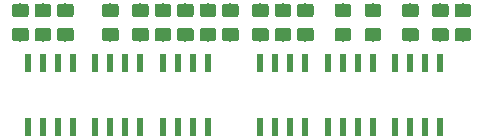
<source format=gbr>
G04 #@! TF.GenerationSoftware,KiCad,Pcbnew,(5.1.4-0)*
G04 #@! TF.CreationDate,2019-10-27T21:21:17-04:00*
G04 #@! TF.ProjectId,DifferentialSPIMaster,44696666-6572-4656-9e74-69616c535049,rev?*
G04 #@! TF.SameCoordinates,Original*
G04 #@! TF.FileFunction,Paste,Top*
G04 #@! TF.FilePolarity,Positive*
%FSLAX46Y46*%
G04 Gerber Fmt 4.6, Leading zero omitted, Abs format (unit mm)*
G04 Created by KiCad (PCBNEW (5.1.4-0)) date 2019-10-27 21:21:17*
%MOMM*%
%LPD*%
G04 APERTURE LIST*
%ADD10C,0.100000*%
%ADD11C,1.150000*%
%ADD12R,0.600000X1.550000*%
G04 APERTURE END LIST*
D10*
G36*
X129879505Y-95006204D02*
G01*
X129903773Y-95009804D01*
X129927572Y-95015765D01*
X129950671Y-95024030D01*
X129972850Y-95034520D01*
X129993893Y-95047132D01*
X130013599Y-95061747D01*
X130031777Y-95078223D01*
X130048253Y-95096401D01*
X130062868Y-95116107D01*
X130075480Y-95137150D01*
X130085970Y-95159329D01*
X130094235Y-95182428D01*
X130100196Y-95206227D01*
X130103796Y-95230495D01*
X130105000Y-95254999D01*
X130105000Y-95905001D01*
X130103796Y-95929505D01*
X130100196Y-95953773D01*
X130094235Y-95977572D01*
X130085970Y-96000671D01*
X130075480Y-96022850D01*
X130062868Y-96043893D01*
X130048253Y-96063599D01*
X130031777Y-96081777D01*
X130013599Y-96098253D01*
X129993893Y-96112868D01*
X129972850Y-96125480D01*
X129950671Y-96135970D01*
X129927572Y-96144235D01*
X129903773Y-96150196D01*
X129879505Y-96153796D01*
X129855001Y-96155000D01*
X128954999Y-96155000D01*
X128930495Y-96153796D01*
X128906227Y-96150196D01*
X128882428Y-96144235D01*
X128859329Y-96135970D01*
X128837150Y-96125480D01*
X128816107Y-96112868D01*
X128796401Y-96098253D01*
X128778223Y-96081777D01*
X128761747Y-96063599D01*
X128747132Y-96043893D01*
X128734520Y-96022850D01*
X128724030Y-96000671D01*
X128715765Y-95977572D01*
X128709804Y-95953773D01*
X128706204Y-95929505D01*
X128705000Y-95905001D01*
X128705000Y-95254999D01*
X128706204Y-95230495D01*
X128709804Y-95206227D01*
X128715765Y-95182428D01*
X128724030Y-95159329D01*
X128734520Y-95137150D01*
X128747132Y-95116107D01*
X128761747Y-95096401D01*
X128778223Y-95078223D01*
X128796401Y-95061747D01*
X128816107Y-95047132D01*
X128837150Y-95034520D01*
X128859329Y-95024030D01*
X128882428Y-95015765D01*
X128906227Y-95009804D01*
X128930495Y-95006204D01*
X128954999Y-95005000D01*
X129855001Y-95005000D01*
X129879505Y-95006204D01*
X129879505Y-95006204D01*
G37*
D11*
X129405000Y-95580000D03*
D10*
G36*
X129879505Y-97056204D02*
G01*
X129903773Y-97059804D01*
X129927572Y-97065765D01*
X129950671Y-97074030D01*
X129972850Y-97084520D01*
X129993893Y-97097132D01*
X130013599Y-97111747D01*
X130031777Y-97128223D01*
X130048253Y-97146401D01*
X130062868Y-97166107D01*
X130075480Y-97187150D01*
X130085970Y-97209329D01*
X130094235Y-97232428D01*
X130100196Y-97256227D01*
X130103796Y-97280495D01*
X130105000Y-97304999D01*
X130105000Y-97955001D01*
X130103796Y-97979505D01*
X130100196Y-98003773D01*
X130094235Y-98027572D01*
X130085970Y-98050671D01*
X130075480Y-98072850D01*
X130062868Y-98093893D01*
X130048253Y-98113599D01*
X130031777Y-98131777D01*
X130013599Y-98148253D01*
X129993893Y-98162868D01*
X129972850Y-98175480D01*
X129950671Y-98185970D01*
X129927572Y-98194235D01*
X129903773Y-98200196D01*
X129879505Y-98203796D01*
X129855001Y-98205000D01*
X128954999Y-98205000D01*
X128930495Y-98203796D01*
X128906227Y-98200196D01*
X128882428Y-98194235D01*
X128859329Y-98185970D01*
X128837150Y-98175480D01*
X128816107Y-98162868D01*
X128796401Y-98148253D01*
X128778223Y-98131777D01*
X128761747Y-98113599D01*
X128747132Y-98093893D01*
X128734520Y-98072850D01*
X128724030Y-98050671D01*
X128715765Y-98027572D01*
X128709804Y-98003773D01*
X128706204Y-97979505D01*
X128705000Y-97955001D01*
X128705000Y-97304999D01*
X128706204Y-97280495D01*
X128709804Y-97256227D01*
X128715765Y-97232428D01*
X128724030Y-97209329D01*
X128734520Y-97187150D01*
X128747132Y-97166107D01*
X128761747Y-97146401D01*
X128778223Y-97128223D01*
X128796401Y-97111747D01*
X128816107Y-97097132D01*
X128837150Y-97084520D01*
X128859329Y-97074030D01*
X128882428Y-97065765D01*
X128906227Y-97059804D01*
X128930495Y-97056204D01*
X128954999Y-97055000D01*
X129855001Y-97055000D01*
X129879505Y-97056204D01*
X129879505Y-97056204D01*
G37*
D11*
X129405000Y-97630000D03*
D10*
G36*
X100034505Y-95006204D02*
G01*
X100058773Y-95009804D01*
X100082572Y-95015765D01*
X100105671Y-95024030D01*
X100127850Y-95034520D01*
X100148893Y-95047132D01*
X100168599Y-95061747D01*
X100186777Y-95078223D01*
X100203253Y-95096401D01*
X100217868Y-95116107D01*
X100230480Y-95137150D01*
X100240970Y-95159329D01*
X100249235Y-95182428D01*
X100255196Y-95206227D01*
X100258796Y-95230495D01*
X100260000Y-95254999D01*
X100260000Y-95905001D01*
X100258796Y-95929505D01*
X100255196Y-95953773D01*
X100249235Y-95977572D01*
X100240970Y-96000671D01*
X100230480Y-96022850D01*
X100217868Y-96043893D01*
X100203253Y-96063599D01*
X100186777Y-96081777D01*
X100168599Y-96098253D01*
X100148893Y-96112868D01*
X100127850Y-96125480D01*
X100105671Y-96135970D01*
X100082572Y-96144235D01*
X100058773Y-96150196D01*
X100034505Y-96153796D01*
X100010001Y-96155000D01*
X99109999Y-96155000D01*
X99085495Y-96153796D01*
X99061227Y-96150196D01*
X99037428Y-96144235D01*
X99014329Y-96135970D01*
X98992150Y-96125480D01*
X98971107Y-96112868D01*
X98951401Y-96098253D01*
X98933223Y-96081777D01*
X98916747Y-96063599D01*
X98902132Y-96043893D01*
X98889520Y-96022850D01*
X98879030Y-96000671D01*
X98870765Y-95977572D01*
X98864804Y-95953773D01*
X98861204Y-95929505D01*
X98860000Y-95905001D01*
X98860000Y-95254999D01*
X98861204Y-95230495D01*
X98864804Y-95206227D01*
X98870765Y-95182428D01*
X98879030Y-95159329D01*
X98889520Y-95137150D01*
X98902132Y-95116107D01*
X98916747Y-95096401D01*
X98933223Y-95078223D01*
X98951401Y-95061747D01*
X98971107Y-95047132D01*
X98992150Y-95034520D01*
X99014329Y-95024030D01*
X99037428Y-95015765D01*
X99061227Y-95009804D01*
X99085495Y-95006204D01*
X99109999Y-95005000D01*
X100010001Y-95005000D01*
X100034505Y-95006204D01*
X100034505Y-95006204D01*
G37*
D11*
X99560000Y-95580000D03*
D10*
G36*
X100034505Y-97056204D02*
G01*
X100058773Y-97059804D01*
X100082572Y-97065765D01*
X100105671Y-97074030D01*
X100127850Y-97084520D01*
X100148893Y-97097132D01*
X100168599Y-97111747D01*
X100186777Y-97128223D01*
X100203253Y-97146401D01*
X100217868Y-97166107D01*
X100230480Y-97187150D01*
X100240970Y-97209329D01*
X100249235Y-97232428D01*
X100255196Y-97256227D01*
X100258796Y-97280495D01*
X100260000Y-97304999D01*
X100260000Y-97955001D01*
X100258796Y-97979505D01*
X100255196Y-98003773D01*
X100249235Y-98027572D01*
X100240970Y-98050671D01*
X100230480Y-98072850D01*
X100217868Y-98093893D01*
X100203253Y-98113599D01*
X100186777Y-98131777D01*
X100168599Y-98148253D01*
X100148893Y-98162868D01*
X100127850Y-98175480D01*
X100105671Y-98185970D01*
X100082572Y-98194235D01*
X100058773Y-98200196D01*
X100034505Y-98203796D01*
X100010001Y-98205000D01*
X99109999Y-98205000D01*
X99085495Y-98203796D01*
X99061227Y-98200196D01*
X99037428Y-98194235D01*
X99014329Y-98185970D01*
X98992150Y-98175480D01*
X98971107Y-98162868D01*
X98951401Y-98148253D01*
X98933223Y-98131777D01*
X98916747Y-98113599D01*
X98902132Y-98093893D01*
X98889520Y-98072850D01*
X98879030Y-98050671D01*
X98870765Y-98027572D01*
X98864804Y-98003773D01*
X98861204Y-97979505D01*
X98860000Y-97955001D01*
X98860000Y-97304999D01*
X98861204Y-97280495D01*
X98864804Y-97256227D01*
X98870765Y-97232428D01*
X98879030Y-97209329D01*
X98889520Y-97187150D01*
X98902132Y-97166107D01*
X98916747Y-97146401D01*
X98933223Y-97128223D01*
X98951401Y-97111747D01*
X98971107Y-97097132D01*
X98992150Y-97084520D01*
X99014329Y-97074030D01*
X99037428Y-97065765D01*
X99061227Y-97059804D01*
X99085495Y-97056204D01*
X99109999Y-97055000D01*
X100010001Y-97055000D01*
X100034505Y-97056204D01*
X100034505Y-97056204D01*
G37*
D11*
X99560000Y-97630000D03*
D10*
G36*
X120354505Y-95011204D02*
G01*
X120378773Y-95014804D01*
X120402572Y-95020765D01*
X120425671Y-95029030D01*
X120447850Y-95039520D01*
X120468893Y-95052132D01*
X120488599Y-95066747D01*
X120506777Y-95083223D01*
X120523253Y-95101401D01*
X120537868Y-95121107D01*
X120550480Y-95142150D01*
X120560970Y-95164329D01*
X120569235Y-95187428D01*
X120575196Y-95211227D01*
X120578796Y-95235495D01*
X120580000Y-95259999D01*
X120580000Y-95910001D01*
X120578796Y-95934505D01*
X120575196Y-95958773D01*
X120569235Y-95982572D01*
X120560970Y-96005671D01*
X120550480Y-96027850D01*
X120537868Y-96048893D01*
X120523253Y-96068599D01*
X120506777Y-96086777D01*
X120488599Y-96103253D01*
X120468893Y-96117868D01*
X120447850Y-96130480D01*
X120425671Y-96140970D01*
X120402572Y-96149235D01*
X120378773Y-96155196D01*
X120354505Y-96158796D01*
X120330001Y-96160000D01*
X119429999Y-96160000D01*
X119405495Y-96158796D01*
X119381227Y-96155196D01*
X119357428Y-96149235D01*
X119334329Y-96140970D01*
X119312150Y-96130480D01*
X119291107Y-96117868D01*
X119271401Y-96103253D01*
X119253223Y-96086777D01*
X119236747Y-96068599D01*
X119222132Y-96048893D01*
X119209520Y-96027850D01*
X119199030Y-96005671D01*
X119190765Y-95982572D01*
X119184804Y-95958773D01*
X119181204Y-95934505D01*
X119180000Y-95910001D01*
X119180000Y-95259999D01*
X119181204Y-95235495D01*
X119184804Y-95211227D01*
X119190765Y-95187428D01*
X119199030Y-95164329D01*
X119209520Y-95142150D01*
X119222132Y-95121107D01*
X119236747Y-95101401D01*
X119253223Y-95083223D01*
X119271401Y-95066747D01*
X119291107Y-95052132D01*
X119312150Y-95039520D01*
X119334329Y-95029030D01*
X119357428Y-95020765D01*
X119381227Y-95014804D01*
X119405495Y-95011204D01*
X119429999Y-95010000D01*
X120330001Y-95010000D01*
X120354505Y-95011204D01*
X120354505Y-95011204D01*
G37*
D11*
X119880000Y-95585000D03*
D10*
G36*
X120354505Y-97061204D02*
G01*
X120378773Y-97064804D01*
X120402572Y-97070765D01*
X120425671Y-97079030D01*
X120447850Y-97089520D01*
X120468893Y-97102132D01*
X120488599Y-97116747D01*
X120506777Y-97133223D01*
X120523253Y-97151401D01*
X120537868Y-97171107D01*
X120550480Y-97192150D01*
X120560970Y-97214329D01*
X120569235Y-97237428D01*
X120575196Y-97261227D01*
X120578796Y-97285495D01*
X120580000Y-97309999D01*
X120580000Y-97960001D01*
X120578796Y-97984505D01*
X120575196Y-98008773D01*
X120569235Y-98032572D01*
X120560970Y-98055671D01*
X120550480Y-98077850D01*
X120537868Y-98098893D01*
X120523253Y-98118599D01*
X120506777Y-98136777D01*
X120488599Y-98153253D01*
X120468893Y-98167868D01*
X120447850Y-98180480D01*
X120425671Y-98190970D01*
X120402572Y-98199235D01*
X120378773Y-98205196D01*
X120354505Y-98208796D01*
X120330001Y-98210000D01*
X119429999Y-98210000D01*
X119405495Y-98208796D01*
X119381227Y-98205196D01*
X119357428Y-98199235D01*
X119334329Y-98190970D01*
X119312150Y-98180480D01*
X119291107Y-98167868D01*
X119271401Y-98153253D01*
X119253223Y-98136777D01*
X119236747Y-98118599D01*
X119222132Y-98098893D01*
X119209520Y-98077850D01*
X119199030Y-98055671D01*
X119190765Y-98032572D01*
X119184804Y-98008773D01*
X119181204Y-97984505D01*
X119180000Y-97960001D01*
X119180000Y-97309999D01*
X119181204Y-97285495D01*
X119184804Y-97261227D01*
X119190765Y-97237428D01*
X119199030Y-97214329D01*
X119209520Y-97192150D01*
X119222132Y-97171107D01*
X119236747Y-97151401D01*
X119253223Y-97133223D01*
X119271401Y-97116747D01*
X119291107Y-97102132D01*
X119312150Y-97089520D01*
X119334329Y-97079030D01*
X119357428Y-97070765D01*
X119381227Y-97064804D01*
X119405495Y-97061204D01*
X119429999Y-97060000D01*
X120330001Y-97060000D01*
X120354505Y-97061204D01*
X120354505Y-97061204D01*
G37*
D11*
X119880000Y-97635000D03*
D10*
G36*
X135594505Y-97061204D02*
G01*
X135618773Y-97064804D01*
X135642572Y-97070765D01*
X135665671Y-97079030D01*
X135687850Y-97089520D01*
X135708893Y-97102132D01*
X135728599Y-97116747D01*
X135746777Y-97133223D01*
X135763253Y-97151401D01*
X135777868Y-97171107D01*
X135790480Y-97192150D01*
X135800970Y-97214329D01*
X135809235Y-97237428D01*
X135815196Y-97261227D01*
X135818796Y-97285495D01*
X135820000Y-97309999D01*
X135820000Y-97960001D01*
X135818796Y-97984505D01*
X135815196Y-98008773D01*
X135809235Y-98032572D01*
X135800970Y-98055671D01*
X135790480Y-98077850D01*
X135777868Y-98098893D01*
X135763253Y-98118599D01*
X135746777Y-98136777D01*
X135728599Y-98153253D01*
X135708893Y-98167868D01*
X135687850Y-98180480D01*
X135665671Y-98190970D01*
X135642572Y-98199235D01*
X135618773Y-98205196D01*
X135594505Y-98208796D01*
X135570001Y-98210000D01*
X134669999Y-98210000D01*
X134645495Y-98208796D01*
X134621227Y-98205196D01*
X134597428Y-98199235D01*
X134574329Y-98190970D01*
X134552150Y-98180480D01*
X134531107Y-98167868D01*
X134511401Y-98153253D01*
X134493223Y-98136777D01*
X134476747Y-98118599D01*
X134462132Y-98098893D01*
X134449520Y-98077850D01*
X134439030Y-98055671D01*
X134430765Y-98032572D01*
X134424804Y-98008773D01*
X134421204Y-97984505D01*
X134420000Y-97960001D01*
X134420000Y-97309999D01*
X134421204Y-97285495D01*
X134424804Y-97261227D01*
X134430765Y-97237428D01*
X134439030Y-97214329D01*
X134449520Y-97192150D01*
X134462132Y-97171107D01*
X134476747Y-97151401D01*
X134493223Y-97133223D01*
X134511401Y-97116747D01*
X134531107Y-97102132D01*
X134552150Y-97089520D01*
X134574329Y-97079030D01*
X134597428Y-97070765D01*
X134621227Y-97064804D01*
X134645495Y-97061204D01*
X134669999Y-97060000D01*
X135570001Y-97060000D01*
X135594505Y-97061204D01*
X135594505Y-97061204D01*
G37*
D11*
X135120000Y-97635000D03*
D10*
G36*
X135594505Y-95011204D02*
G01*
X135618773Y-95014804D01*
X135642572Y-95020765D01*
X135665671Y-95029030D01*
X135687850Y-95039520D01*
X135708893Y-95052132D01*
X135728599Y-95066747D01*
X135746777Y-95083223D01*
X135763253Y-95101401D01*
X135777868Y-95121107D01*
X135790480Y-95142150D01*
X135800970Y-95164329D01*
X135809235Y-95187428D01*
X135815196Y-95211227D01*
X135818796Y-95235495D01*
X135820000Y-95259999D01*
X135820000Y-95910001D01*
X135818796Y-95934505D01*
X135815196Y-95958773D01*
X135809235Y-95982572D01*
X135800970Y-96005671D01*
X135790480Y-96027850D01*
X135777868Y-96048893D01*
X135763253Y-96068599D01*
X135746777Y-96086777D01*
X135728599Y-96103253D01*
X135708893Y-96117868D01*
X135687850Y-96130480D01*
X135665671Y-96140970D01*
X135642572Y-96149235D01*
X135618773Y-96155196D01*
X135594505Y-96158796D01*
X135570001Y-96160000D01*
X134669999Y-96160000D01*
X134645495Y-96158796D01*
X134621227Y-96155196D01*
X134597428Y-96149235D01*
X134574329Y-96140970D01*
X134552150Y-96130480D01*
X134531107Y-96117868D01*
X134511401Y-96103253D01*
X134493223Y-96086777D01*
X134476747Y-96068599D01*
X134462132Y-96048893D01*
X134449520Y-96027850D01*
X134439030Y-96005671D01*
X134430765Y-95982572D01*
X134424804Y-95958773D01*
X134421204Y-95934505D01*
X134420000Y-95910001D01*
X134420000Y-95259999D01*
X134421204Y-95235495D01*
X134424804Y-95211227D01*
X134430765Y-95187428D01*
X134439030Y-95164329D01*
X134449520Y-95142150D01*
X134462132Y-95121107D01*
X134476747Y-95101401D01*
X134493223Y-95083223D01*
X134511401Y-95066747D01*
X134531107Y-95052132D01*
X134552150Y-95039520D01*
X134574329Y-95029030D01*
X134597428Y-95020765D01*
X134621227Y-95014804D01*
X134645495Y-95011204D01*
X134669999Y-95010000D01*
X135570001Y-95010000D01*
X135594505Y-95011204D01*
X135594505Y-95011204D01*
G37*
D11*
X135120000Y-95585000D03*
D10*
G36*
X115909505Y-95006204D02*
G01*
X115933773Y-95009804D01*
X115957572Y-95015765D01*
X115980671Y-95024030D01*
X116002850Y-95034520D01*
X116023893Y-95047132D01*
X116043599Y-95061747D01*
X116061777Y-95078223D01*
X116078253Y-95096401D01*
X116092868Y-95116107D01*
X116105480Y-95137150D01*
X116115970Y-95159329D01*
X116124235Y-95182428D01*
X116130196Y-95206227D01*
X116133796Y-95230495D01*
X116135000Y-95254999D01*
X116135000Y-95905001D01*
X116133796Y-95929505D01*
X116130196Y-95953773D01*
X116124235Y-95977572D01*
X116115970Y-96000671D01*
X116105480Y-96022850D01*
X116092868Y-96043893D01*
X116078253Y-96063599D01*
X116061777Y-96081777D01*
X116043599Y-96098253D01*
X116023893Y-96112868D01*
X116002850Y-96125480D01*
X115980671Y-96135970D01*
X115957572Y-96144235D01*
X115933773Y-96150196D01*
X115909505Y-96153796D01*
X115885001Y-96155000D01*
X114984999Y-96155000D01*
X114960495Y-96153796D01*
X114936227Y-96150196D01*
X114912428Y-96144235D01*
X114889329Y-96135970D01*
X114867150Y-96125480D01*
X114846107Y-96112868D01*
X114826401Y-96098253D01*
X114808223Y-96081777D01*
X114791747Y-96063599D01*
X114777132Y-96043893D01*
X114764520Y-96022850D01*
X114754030Y-96000671D01*
X114745765Y-95977572D01*
X114739804Y-95953773D01*
X114736204Y-95929505D01*
X114735000Y-95905001D01*
X114735000Y-95254999D01*
X114736204Y-95230495D01*
X114739804Y-95206227D01*
X114745765Y-95182428D01*
X114754030Y-95159329D01*
X114764520Y-95137150D01*
X114777132Y-95116107D01*
X114791747Y-95096401D01*
X114808223Y-95078223D01*
X114826401Y-95061747D01*
X114846107Y-95047132D01*
X114867150Y-95034520D01*
X114889329Y-95024030D01*
X114912428Y-95015765D01*
X114936227Y-95009804D01*
X114960495Y-95006204D01*
X114984999Y-95005000D01*
X115885001Y-95005000D01*
X115909505Y-95006204D01*
X115909505Y-95006204D01*
G37*
D11*
X115435000Y-95580000D03*
D10*
G36*
X115909505Y-97056204D02*
G01*
X115933773Y-97059804D01*
X115957572Y-97065765D01*
X115980671Y-97074030D01*
X116002850Y-97084520D01*
X116023893Y-97097132D01*
X116043599Y-97111747D01*
X116061777Y-97128223D01*
X116078253Y-97146401D01*
X116092868Y-97166107D01*
X116105480Y-97187150D01*
X116115970Y-97209329D01*
X116124235Y-97232428D01*
X116130196Y-97256227D01*
X116133796Y-97280495D01*
X116135000Y-97304999D01*
X116135000Y-97955001D01*
X116133796Y-97979505D01*
X116130196Y-98003773D01*
X116124235Y-98027572D01*
X116115970Y-98050671D01*
X116105480Y-98072850D01*
X116092868Y-98093893D01*
X116078253Y-98113599D01*
X116061777Y-98131777D01*
X116043599Y-98148253D01*
X116023893Y-98162868D01*
X116002850Y-98175480D01*
X115980671Y-98185970D01*
X115957572Y-98194235D01*
X115933773Y-98200196D01*
X115909505Y-98203796D01*
X115885001Y-98205000D01*
X114984999Y-98205000D01*
X114960495Y-98203796D01*
X114936227Y-98200196D01*
X114912428Y-98194235D01*
X114889329Y-98185970D01*
X114867150Y-98175480D01*
X114846107Y-98162868D01*
X114826401Y-98148253D01*
X114808223Y-98131777D01*
X114791747Y-98113599D01*
X114777132Y-98093893D01*
X114764520Y-98072850D01*
X114754030Y-98050671D01*
X114745765Y-98027572D01*
X114739804Y-98003773D01*
X114736204Y-97979505D01*
X114735000Y-97955001D01*
X114735000Y-97304999D01*
X114736204Y-97280495D01*
X114739804Y-97256227D01*
X114745765Y-97232428D01*
X114754030Y-97209329D01*
X114764520Y-97187150D01*
X114777132Y-97166107D01*
X114791747Y-97146401D01*
X114808223Y-97128223D01*
X114826401Y-97111747D01*
X114846107Y-97097132D01*
X114867150Y-97084520D01*
X114889329Y-97074030D01*
X114912428Y-97065765D01*
X114936227Y-97059804D01*
X114960495Y-97056204D01*
X114984999Y-97055000D01*
X115885001Y-97055000D01*
X115909505Y-97056204D01*
X115909505Y-97056204D01*
G37*
D11*
X115435000Y-97630000D03*
D12*
X123690000Y-100015000D03*
X122420000Y-100015000D03*
X121150000Y-100015000D03*
X119880000Y-100015000D03*
X119880000Y-105415000D03*
X121150000Y-105415000D03*
X122420000Y-105415000D03*
X123690000Y-105415000D03*
X135120000Y-105415000D03*
X133850000Y-105415000D03*
X132580000Y-105415000D03*
X131310000Y-105415000D03*
X131310000Y-100015000D03*
X132580000Y-100015000D03*
X133850000Y-100015000D03*
X135120000Y-100015000D03*
D10*
G36*
X122259505Y-97056204D02*
G01*
X122283773Y-97059804D01*
X122307572Y-97065765D01*
X122330671Y-97074030D01*
X122352850Y-97084520D01*
X122373893Y-97097132D01*
X122393599Y-97111747D01*
X122411777Y-97128223D01*
X122428253Y-97146401D01*
X122442868Y-97166107D01*
X122455480Y-97187150D01*
X122465970Y-97209329D01*
X122474235Y-97232428D01*
X122480196Y-97256227D01*
X122483796Y-97280495D01*
X122485000Y-97304999D01*
X122485000Y-97955001D01*
X122483796Y-97979505D01*
X122480196Y-98003773D01*
X122474235Y-98027572D01*
X122465970Y-98050671D01*
X122455480Y-98072850D01*
X122442868Y-98093893D01*
X122428253Y-98113599D01*
X122411777Y-98131777D01*
X122393599Y-98148253D01*
X122373893Y-98162868D01*
X122352850Y-98175480D01*
X122330671Y-98185970D01*
X122307572Y-98194235D01*
X122283773Y-98200196D01*
X122259505Y-98203796D01*
X122235001Y-98205000D01*
X121334999Y-98205000D01*
X121310495Y-98203796D01*
X121286227Y-98200196D01*
X121262428Y-98194235D01*
X121239329Y-98185970D01*
X121217150Y-98175480D01*
X121196107Y-98162868D01*
X121176401Y-98148253D01*
X121158223Y-98131777D01*
X121141747Y-98113599D01*
X121127132Y-98093893D01*
X121114520Y-98072850D01*
X121104030Y-98050671D01*
X121095765Y-98027572D01*
X121089804Y-98003773D01*
X121086204Y-97979505D01*
X121085000Y-97955001D01*
X121085000Y-97304999D01*
X121086204Y-97280495D01*
X121089804Y-97256227D01*
X121095765Y-97232428D01*
X121104030Y-97209329D01*
X121114520Y-97187150D01*
X121127132Y-97166107D01*
X121141747Y-97146401D01*
X121158223Y-97128223D01*
X121176401Y-97111747D01*
X121196107Y-97097132D01*
X121217150Y-97084520D01*
X121239329Y-97074030D01*
X121262428Y-97065765D01*
X121286227Y-97059804D01*
X121310495Y-97056204D01*
X121334999Y-97055000D01*
X122235001Y-97055000D01*
X122259505Y-97056204D01*
X122259505Y-97056204D01*
G37*
D11*
X121785000Y-97630000D03*
D10*
G36*
X122259505Y-95006204D02*
G01*
X122283773Y-95009804D01*
X122307572Y-95015765D01*
X122330671Y-95024030D01*
X122352850Y-95034520D01*
X122373893Y-95047132D01*
X122393599Y-95061747D01*
X122411777Y-95078223D01*
X122428253Y-95096401D01*
X122442868Y-95116107D01*
X122455480Y-95137150D01*
X122465970Y-95159329D01*
X122474235Y-95182428D01*
X122480196Y-95206227D01*
X122483796Y-95230495D01*
X122485000Y-95254999D01*
X122485000Y-95905001D01*
X122483796Y-95929505D01*
X122480196Y-95953773D01*
X122474235Y-95977572D01*
X122465970Y-96000671D01*
X122455480Y-96022850D01*
X122442868Y-96043893D01*
X122428253Y-96063599D01*
X122411777Y-96081777D01*
X122393599Y-96098253D01*
X122373893Y-96112868D01*
X122352850Y-96125480D01*
X122330671Y-96135970D01*
X122307572Y-96144235D01*
X122283773Y-96150196D01*
X122259505Y-96153796D01*
X122235001Y-96155000D01*
X121334999Y-96155000D01*
X121310495Y-96153796D01*
X121286227Y-96150196D01*
X121262428Y-96144235D01*
X121239329Y-96135970D01*
X121217150Y-96125480D01*
X121196107Y-96112868D01*
X121176401Y-96098253D01*
X121158223Y-96081777D01*
X121141747Y-96063599D01*
X121127132Y-96043893D01*
X121114520Y-96022850D01*
X121104030Y-96000671D01*
X121095765Y-95977572D01*
X121089804Y-95953773D01*
X121086204Y-95929505D01*
X121085000Y-95905001D01*
X121085000Y-95254999D01*
X121086204Y-95230495D01*
X121089804Y-95206227D01*
X121095765Y-95182428D01*
X121104030Y-95159329D01*
X121114520Y-95137150D01*
X121127132Y-95116107D01*
X121141747Y-95096401D01*
X121158223Y-95078223D01*
X121176401Y-95061747D01*
X121196107Y-95047132D01*
X121217150Y-95034520D01*
X121239329Y-95024030D01*
X121262428Y-95015765D01*
X121286227Y-95009804D01*
X121310495Y-95006204D01*
X121334999Y-95005000D01*
X122235001Y-95005000D01*
X122259505Y-95006204D01*
X122259505Y-95006204D01*
G37*
D11*
X121785000Y-95580000D03*
D10*
G36*
X117814505Y-95006204D02*
G01*
X117838773Y-95009804D01*
X117862572Y-95015765D01*
X117885671Y-95024030D01*
X117907850Y-95034520D01*
X117928893Y-95047132D01*
X117948599Y-95061747D01*
X117966777Y-95078223D01*
X117983253Y-95096401D01*
X117997868Y-95116107D01*
X118010480Y-95137150D01*
X118020970Y-95159329D01*
X118029235Y-95182428D01*
X118035196Y-95206227D01*
X118038796Y-95230495D01*
X118040000Y-95254999D01*
X118040000Y-95905001D01*
X118038796Y-95929505D01*
X118035196Y-95953773D01*
X118029235Y-95977572D01*
X118020970Y-96000671D01*
X118010480Y-96022850D01*
X117997868Y-96043893D01*
X117983253Y-96063599D01*
X117966777Y-96081777D01*
X117948599Y-96098253D01*
X117928893Y-96112868D01*
X117907850Y-96125480D01*
X117885671Y-96135970D01*
X117862572Y-96144235D01*
X117838773Y-96150196D01*
X117814505Y-96153796D01*
X117790001Y-96155000D01*
X116889999Y-96155000D01*
X116865495Y-96153796D01*
X116841227Y-96150196D01*
X116817428Y-96144235D01*
X116794329Y-96135970D01*
X116772150Y-96125480D01*
X116751107Y-96112868D01*
X116731401Y-96098253D01*
X116713223Y-96081777D01*
X116696747Y-96063599D01*
X116682132Y-96043893D01*
X116669520Y-96022850D01*
X116659030Y-96000671D01*
X116650765Y-95977572D01*
X116644804Y-95953773D01*
X116641204Y-95929505D01*
X116640000Y-95905001D01*
X116640000Y-95254999D01*
X116641204Y-95230495D01*
X116644804Y-95206227D01*
X116650765Y-95182428D01*
X116659030Y-95159329D01*
X116669520Y-95137150D01*
X116682132Y-95116107D01*
X116696747Y-95096401D01*
X116713223Y-95078223D01*
X116731401Y-95061747D01*
X116751107Y-95047132D01*
X116772150Y-95034520D01*
X116794329Y-95024030D01*
X116817428Y-95015765D01*
X116841227Y-95009804D01*
X116865495Y-95006204D01*
X116889999Y-95005000D01*
X117790001Y-95005000D01*
X117814505Y-95006204D01*
X117814505Y-95006204D01*
G37*
D11*
X117340000Y-95580000D03*
D10*
G36*
X117814505Y-97056204D02*
G01*
X117838773Y-97059804D01*
X117862572Y-97065765D01*
X117885671Y-97074030D01*
X117907850Y-97084520D01*
X117928893Y-97097132D01*
X117948599Y-97111747D01*
X117966777Y-97128223D01*
X117983253Y-97146401D01*
X117997868Y-97166107D01*
X118010480Y-97187150D01*
X118020970Y-97209329D01*
X118029235Y-97232428D01*
X118035196Y-97256227D01*
X118038796Y-97280495D01*
X118040000Y-97304999D01*
X118040000Y-97955001D01*
X118038796Y-97979505D01*
X118035196Y-98003773D01*
X118029235Y-98027572D01*
X118020970Y-98050671D01*
X118010480Y-98072850D01*
X117997868Y-98093893D01*
X117983253Y-98113599D01*
X117966777Y-98131777D01*
X117948599Y-98148253D01*
X117928893Y-98162868D01*
X117907850Y-98175480D01*
X117885671Y-98185970D01*
X117862572Y-98194235D01*
X117838773Y-98200196D01*
X117814505Y-98203796D01*
X117790001Y-98205000D01*
X116889999Y-98205000D01*
X116865495Y-98203796D01*
X116841227Y-98200196D01*
X116817428Y-98194235D01*
X116794329Y-98185970D01*
X116772150Y-98175480D01*
X116751107Y-98162868D01*
X116731401Y-98148253D01*
X116713223Y-98131777D01*
X116696747Y-98113599D01*
X116682132Y-98093893D01*
X116669520Y-98072850D01*
X116659030Y-98050671D01*
X116650765Y-98027572D01*
X116644804Y-98003773D01*
X116641204Y-97979505D01*
X116640000Y-97955001D01*
X116640000Y-97304999D01*
X116641204Y-97280495D01*
X116644804Y-97256227D01*
X116650765Y-97232428D01*
X116659030Y-97209329D01*
X116669520Y-97187150D01*
X116682132Y-97166107D01*
X116696747Y-97146401D01*
X116713223Y-97128223D01*
X116731401Y-97111747D01*
X116751107Y-97097132D01*
X116772150Y-97084520D01*
X116794329Y-97074030D01*
X116817428Y-97065765D01*
X116841227Y-97059804D01*
X116865495Y-97056204D01*
X116889999Y-97055000D01*
X117790001Y-97055000D01*
X117814505Y-97056204D01*
X117814505Y-97056204D01*
G37*
D11*
X117340000Y-97630000D03*
D10*
G36*
X137499505Y-97061204D02*
G01*
X137523773Y-97064804D01*
X137547572Y-97070765D01*
X137570671Y-97079030D01*
X137592850Y-97089520D01*
X137613893Y-97102132D01*
X137633599Y-97116747D01*
X137651777Y-97133223D01*
X137668253Y-97151401D01*
X137682868Y-97171107D01*
X137695480Y-97192150D01*
X137705970Y-97214329D01*
X137714235Y-97237428D01*
X137720196Y-97261227D01*
X137723796Y-97285495D01*
X137725000Y-97309999D01*
X137725000Y-97960001D01*
X137723796Y-97984505D01*
X137720196Y-98008773D01*
X137714235Y-98032572D01*
X137705970Y-98055671D01*
X137695480Y-98077850D01*
X137682868Y-98098893D01*
X137668253Y-98118599D01*
X137651777Y-98136777D01*
X137633599Y-98153253D01*
X137613893Y-98167868D01*
X137592850Y-98180480D01*
X137570671Y-98190970D01*
X137547572Y-98199235D01*
X137523773Y-98205196D01*
X137499505Y-98208796D01*
X137475001Y-98210000D01*
X136574999Y-98210000D01*
X136550495Y-98208796D01*
X136526227Y-98205196D01*
X136502428Y-98199235D01*
X136479329Y-98190970D01*
X136457150Y-98180480D01*
X136436107Y-98167868D01*
X136416401Y-98153253D01*
X136398223Y-98136777D01*
X136381747Y-98118599D01*
X136367132Y-98098893D01*
X136354520Y-98077850D01*
X136344030Y-98055671D01*
X136335765Y-98032572D01*
X136329804Y-98008773D01*
X136326204Y-97984505D01*
X136325000Y-97960001D01*
X136325000Y-97309999D01*
X136326204Y-97285495D01*
X136329804Y-97261227D01*
X136335765Y-97237428D01*
X136344030Y-97214329D01*
X136354520Y-97192150D01*
X136367132Y-97171107D01*
X136381747Y-97151401D01*
X136398223Y-97133223D01*
X136416401Y-97116747D01*
X136436107Y-97102132D01*
X136457150Y-97089520D01*
X136479329Y-97079030D01*
X136502428Y-97070765D01*
X136526227Y-97064804D01*
X136550495Y-97061204D01*
X136574999Y-97060000D01*
X137475001Y-97060000D01*
X137499505Y-97061204D01*
X137499505Y-97061204D01*
G37*
D11*
X137025000Y-97635000D03*
D10*
G36*
X137499505Y-95011204D02*
G01*
X137523773Y-95014804D01*
X137547572Y-95020765D01*
X137570671Y-95029030D01*
X137592850Y-95039520D01*
X137613893Y-95052132D01*
X137633599Y-95066747D01*
X137651777Y-95083223D01*
X137668253Y-95101401D01*
X137682868Y-95121107D01*
X137695480Y-95142150D01*
X137705970Y-95164329D01*
X137714235Y-95187428D01*
X137720196Y-95211227D01*
X137723796Y-95235495D01*
X137725000Y-95259999D01*
X137725000Y-95910001D01*
X137723796Y-95934505D01*
X137720196Y-95958773D01*
X137714235Y-95982572D01*
X137705970Y-96005671D01*
X137695480Y-96027850D01*
X137682868Y-96048893D01*
X137668253Y-96068599D01*
X137651777Y-96086777D01*
X137633599Y-96103253D01*
X137613893Y-96117868D01*
X137592850Y-96130480D01*
X137570671Y-96140970D01*
X137547572Y-96149235D01*
X137523773Y-96155196D01*
X137499505Y-96158796D01*
X137475001Y-96160000D01*
X136574999Y-96160000D01*
X136550495Y-96158796D01*
X136526227Y-96155196D01*
X136502428Y-96149235D01*
X136479329Y-96140970D01*
X136457150Y-96130480D01*
X136436107Y-96117868D01*
X136416401Y-96103253D01*
X136398223Y-96086777D01*
X136381747Y-96068599D01*
X136367132Y-96048893D01*
X136354520Y-96027850D01*
X136344030Y-96005671D01*
X136335765Y-95982572D01*
X136329804Y-95958773D01*
X136326204Y-95934505D01*
X136325000Y-95910001D01*
X136325000Y-95259999D01*
X136326204Y-95235495D01*
X136329804Y-95211227D01*
X136335765Y-95187428D01*
X136344030Y-95164329D01*
X136354520Y-95142150D01*
X136367132Y-95121107D01*
X136381747Y-95101401D01*
X136398223Y-95083223D01*
X136416401Y-95066747D01*
X136436107Y-95052132D01*
X136457150Y-95039520D01*
X136479329Y-95029030D01*
X136502428Y-95020765D01*
X136526227Y-95014804D01*
X136550495Y-95011204D01*
X136574999Y-95010000D01*
X137475001Y-95010000D01*
X137499505Y-95011204D01*
X137499505Y-95011204D01*
G37*
D11*
X137025000Y-95585000D03*
D10*
G36*
X133054505Y-97061204D02*
G01*
X133078773Y-97064804D01*
X133102572Y-97070765D01*
X133125671Y-97079030D01*
X133147850Y-97089520D01*
X133168893Y-97102132D01*
X133188599Y-97116747D01*
X133206777Y-97133223D01*
X133223253Y-97151401D01*
X133237868Y-97171107D01*
X133250480Y-97192150D01*
X133260970Y-97214329D01*
X133269235Y-97237428D01*
X133275196Y-97261227D01*
X133278796Y-97285495D01*
X133280000Y-97309999D01*
X133280000Y-97960001D01*
X133278796Y-97984505D01*
X133275196Y-98008773D01*
X133269235Y-98032572D01*
X133260970Y-98055671D01*
X133250480Y-98077850D01*
X133237868Y-98098893D01*
X133223253Y-98118599D01*
X133206777Y-98136777D01*
X133188599Y-98153253D01*
X133168893Y-98167868D01*
X133147850Y-98180480D01*
X133125671Y-98190970D01*
X133102572Y-98199235D01*
X133078773Y-98205196D01*
X133054505Y-98208796D01*
X133030001Y-98210000D01*
X132129999Y-98210000D01*
X132105495Y-98208796D01*
X132081227Y-98205196D01*
X132057428Y-98199235D01*
X132034329Y-98190970D01*
X132012150Y-98180480D01*
X131991107Y-98167868D01*
X131971401Y-98153253D01*
X131953223Y-98136777D01*
X131936747Y-98118599D01*
X131922132Y-98098893D01*
X131909520Y-98077850D01*
X131899030Y-98055671D01*
X131890765Y-98032572D01*
X131884804Y-98008773D01*
X131881204Y-97984505D01*
X131880000Y-97960001D01*
X131880000Y-97309999D01*
X131881204Y-97285495D01*
X131884804Y-97261227D01*
X131890765Y-97237428D01*
X131899030Y-97214329D01*
X131909520Y-97192150D01*
X131922132Y-97171107D01*
X131936747Y-97151401D01*
X131953223Y-97133223D01*
X131971401Y-97116747D01*
X131991107Y-97102132D01*
X132012150Y-97089520D01*
X132034329Y-97079030D01*
X132057428Y-97070765D01*
X132081227Y-97064804D01*
X132105495Y-97061204D01*
X132129999Y-97060000D01*
X133030001Y-97060000D01*
X133054505Y-97061204D01*
X133054505Y-97061204D01*
G37*
D11*
X132580000Y-97635000D03*
D10*
G36*
X133054505Y-95011204D02*
G01*
X133078773Y-95014804D01*
X133102572Y-95020765D01*
X133125671Y-95029030D01*
X133147850Y-95039520D01*
X133168893Y-95052132D01*
X133188599Y-95066747D01*
X133206777Y-95083223D01*
X133223253Y-95101401D01*
X133237868Y-95121107D01*
X133250480Y-95142150D01*
X133260970Y-95164329D01*
X133269235Y-95187428D01*
X133275196Y-95211227D01*
X133278796Y-95235495D01*
X133280000Y-95259999D01*
X133280000Y-95910001D01*
X133278796Y-95934505D01*
X133275196Y-95958773D01*
X133269235Y-95982572D01*
X133260970Y-96005671D01*
X133250480Y-96027850D01*
X133237868Y-96048893D01*
X133223253Y-96068599D01*
X133206777Y-96086777D01*
X133188599Y-96103253D01*
X133168893Y-96117868D01*
X133147850Y-96130480D01*
X133125671Y-96140970D01*
X133102572Y-96149235D01*
X133078773Y-96155196D01*
X133054505Y-96158796D01*
X133030001Y-96160000D01*
X132129999Y-96160000D01*
X132105495Y-96158796D01*
X132081227Y-96155196D01*
X132057428Y-96149235D01*
X132034329Y-96140970D01*
X132012150Y-96130480D01*
X131991107Y-96117868D01*
X131971401Y-96103253D01*
X131953223Y-96086777D01*
X131936747Y-96068599D01*
X131922132Y-96048893D01*
X131909520Y-96027850D01*
X131899030Y-96005671D01*
X131890765Y-95982572D01*
X131884804Y-95958773D01*
X131881204Y-95934505D01*
X131880000Y-95910001D01*
X131880000Y-95259999D01*
X131881204Y-95235495D01*
X131884804Y-95211227D01*
X131890765Y-95187428D01*
X131899030Y-95164329D01*
X131909520Y-95142150D01*
X131922132Y-95121107D01*
X131936747Y-95101401D01*
X131953223Y-95083223D01*
X131971401Y-95066747D01*
X131991107Y-95052132D01*
X132012150Y-95039520D01*
X132034329Y-95029030D01*
X132057428Y-95020765D01*
X132081227Y-95014804D01*
X132105495Y-95011204D01*
X132129999Y-95010000D01*
X133030001Y-95010000D01*
X133054505Y-95011204D01*
X133054505Y-95011204D01*
G37*
D11*
X132580000Y-95585000D03*
D10*
G36*
X101939505Y-97061204D02*
G01*
X101963773Y-97064804D01*
X101987572Y-97070765D01*
X102010671Y-97079030D01*
X102032850Y-97089520D01*
X102053893Y-97102132D01*
X102073599Y-97116747D01*
X102091777Y-97133223D01*
X102108253Y-97151401D01*
X102122868Y-97171107D01*
X102135480Y-97192150D01*
X102145970Y-97214329D01*
X102154235Y-97237428D01*
X102160196Y-97261227D01*
X102163796Y-97285495D01*
X102165000Y-97309999D01*
X102165000Y-97960001D01*
X102163796Y-97984505D01*
X102160196Y-98008773D01*
X102154235Y-98032572D01*
X102145970Y-98055671D01*
X102135480Y-98077850D01*
X102122868Y-98098893D01*
X102108253Y-98118599D01*
X102091777Y-98136777D01*
X102073599Y-98153253D01*
X102053893Y-98167868D01*
X102032850Y-98180480D01*
X102010671Y-98190970D01*
X101987572Y-98199235D01*
X101963773Y-98205196D01*
X101939505Y-98208796D01*
X101915001Y-98210000D01*
X101014999Y-98210000D01*
X100990495Y-98208796D01*
X100966227Y-98205196D01*
X100942428Y-98199235D01*
X100919329Y-98190970D01*
X100897150Y-98180480D01*
X100876107Y-98167868D01*
X100856401Y-98153253D01*
X100838223Y-98136777D01*
X100821747Y-98118599D01*
X100807132Y-98098893D01*
X100794520Y-98077850D01*
X100784030Y-98055671D01*
X100775765Y-98032572D01*
X100769804Y-98008773D01*
X100766204Y-97984505D01*
X100765000Y-97960001D01*
X100765000Y-97309999D01*
X100766204Y-97285495D01*
X100769804Y-97261227D01*
X100775765Y-97237428D01*
X100784030Y-97214329D01*
X100794520Y-97192150D01*
X100807132Y-97171107D01*
X100821747Y-97151401D01*
X100838223Y-97133223D01*
X100856401Y-97116747D01*
X100876107Y-97102132D01*
X100897150Y-97089520D01*
X100919329Y-97079030D01*
X100942428Y-97070765D01*
X100966227Y-97064804D01*
X100990495Y-97061204D01*
X101014999Y-97060000D01*
X101915001Y-97060000D01*
X101939505Y-97061204D01*
X101939505Y-97061204D01*
G37*
D11*
X101465000Y-97635000D03*
D10*
G36*
X101939505Y-95011204D02*
G01*
X101963773Y-95014804D01*
X101987572Y-95020765D01*
X102010671Y-95029030D01*
X102032850Y-95039520D01*
X102053893Y-95052132D01*
X102073599Y-95066747D01*
X102091777Y-95083223D01*
X102108253Y-95101401D01*
X102122868Y-95121107D01*
X102135480Y-95142150D01*
X102145970Y-95164329D01*
X102154235Y-95187428D01*
X102160196Y-95211227D01*
X102163796Y-95235495D01*
X102165000Y-95259999D01*
X102165000Y-95910001D01*
X102163796Y-95934505D01*
X102160196Y-95958773D01*
X102154235Y-95982572D01*
X102145970Y-96005671D01*
X102135480Y-96027850D01*
X102122868Y-96048893D01*
X102108253Y-96068599D01*
X102091777Y-96086777D01*
X102073599Y-96103253D01*
X102053893Y-96117868D01*
X102032850Y-96130480D01*
X102010671Y-96140970D01*
X101987572Y-96149235D01*
X101963773Y-96155196D01*
X101939505Y-96158796D01*
X101915001Y-96160000D01*
X101014999Y-96160000D01*
X100990495Y-96158796D01*
X100966227Y-96155196D01*
X100942428Y-96149235D01*
X100919329Y-96140970D01*
X100897150Y-96130480D01*
X100876107Y-96117868D01*
X100856401Y-96103253D01*
X100838223Y-96086777D01*
X100821747Y-96068599D01*
X100807132Y-96048893D01*
X100794520Y-96027850D01*
X100784030Y-96005671D01*
X100775765Y-95982572D01*
X100769804Y-95958773D01*
X100766204Y-95934505D01*
X100765000Y-95910001D01*
X100765000Y-95259999D01*
X100766204Y-95235495D01*
X100769804Y-95211227D01*
X100775765Y-95187428D01*
X100784030Y-95164329D01*
X100794520Y-95142150D01*
X100807132Y-95121107D01*
X100821747Y-95101401D01*
X100838223Y-95083223D01*
X100856401Y-95066747D01*
X100876107Y-95052132D01*
X100897150Y-95039520D01*
X100919329Y-95029030D01*
X100942428Y-95020765D01*
X100966227Y-95014804D01*
X100990495Y-95011204D01*
X101014999Y-95010000D01*
X101915001Y-95010000D01*
X101939505Y-95011204D01*
X101939505Y-95011204D01*
G37*
D11*
X101465000Y-95585000D03*
D10*
G36*
X124164505Y-95006204D02*
G01*
X124188773Y-95009804D01*
X124212572Y-95015765D01*
X124235671Y-95024030D01*
X124257850Y-95034520D01*
X124278893Y-95047132D01*
X124298599Y-95061747D01*
X124316777Y-95078223D01*
X124333253Y-95096401D01*
X124347868Y-95116107D01*
X124360480Y-95137150D01*
X124370970Y-95159329D01*
X124379235Y-95182428D01*
X124385196Y-95206227D01*
X124388796Y-95230495D01*
X124390000Y-95254999D01*
X124390000Y-95905001D01*
X124388796Y-95929505D01*
X124385196Y-95953773D01*
X124379235Y-95977572D01*
X124370970Y-96000671D01*
X124360480Y-96022850D01*
X124347868Y-96043893D01*
X124333253Y-96063599D01*
X124316777Y-96081777D01*
X124298599Y-96098253D01*
X124278893Y-96112868D01*
X124257850Y-96125480D01*
X124235671Y-96135970D01*
X124212572Y-96144235D01*
X124188773Y-96150196D01*
X124164505Y-96153796D01*
X124140001Y-96155000D01*
X123239999Y-96155000D01*
X123215495Y-96153796D01*
X123191227Y-96150196D01*
X123167428Y-96144235D01*
X123144329Y-96135970D01*
X123122150Y-96125480D01*
X123101107Y-96112868D01*
X123081401Y-96098253D01*
X123063223Y-96081777D01*
X123046747Y-96063599D01*
X123032132Y-96043893D01*
X123019520Y-96022850D01*
X123009030Y-96000671D01*
X123000765Y-95977572D01*
X122994804Y-95953773D01*
X122991204Y-95929505D01*
X122990000Y-95905001D01*
X122990000Y-95254999D01*
X122991204Y-95230495D01*
X122994804Y-95206227D01*
X123000765Y-95182428D01*
X123009030Y-95159329D01*
X123019520Y-95137150D01*
X123032132Y-95116107D01*
X123046747Y-95096401D01*
X123063223Y-95078223D01*
X123081401Y-95061747D01*
X123101107Y-95047132D01*
X123122150Y-95034520D01*
X123144329Y-95024030D01*
X123167428Y-95015765D01*
X123191227Y-95009804D01*
X123215495Y-95006204D01*
X123239999Y-95005000D01*
X124140001Y-95005000D01*
X124164505Y-95006204D01*
X124164505Y-95006204D01*
G37*
D11*
X123690000Y-95580000D03*
D10*
G36*
X124164505Y-97056204D02*
G01*
X124188773Y-97059804D01*
X124212572Y-97065765D01*
X124235671Y-97074030D01*
X124257850Y-97084520D01*
X124278893Y-97097132D01*
X124298599Y-97111747D01*
X124316777Y-97128223D01*
X124333253Y-97146401D01*
X124347868Y-97166107D01*
X124360480Y-97187150D01*
X124370970Y-97209329D01*
X124379235Y-97232428D01*
X124385196Y-97256227D01*
X124388796Y-97280495D01*
X124390000Y-97304999D01*
X124390000Y-97955001D01*
X124388796Y-97979505D01*
X124385196Y-98003773D01*
X124379235Y-98027572D01*
X124370970Y-98050671D01*
X124360480Y-98072850D01*
X124347868Y-98093893D01*
X124333253Y-98113599D01*
X124316777Y-98131777D01*
X124298599Y-98148253D01*
X124278893Y-98162868D01*
X124257850Y-98175480D01*
X124235671Y-98185970D01*
X124212572Y-98194235D01*
X124188773Y-98200196D01*
X124164505Y-98203796D01*
X124140001Y-98205000D01*
X123239999Y-98205000D01*
X123215495Y-98203796D01*
X123191227Y-98200196D01*
X123167428Y-98194235D01*
X123144329Y-98185970D01*
X123122150Y-98175480D01*
X123101107Y-98162868D01*
X123081401Y-98148253D01*
X123063223Y-98131777D01*
X123046747Y-98113599D01*
X123032132Y-98093893D01*
X123019520Y-98072850D01*
X123009030Y-98050671D01*
X123000765Y-98027572D01*
X122994804Y-98003773D01*
X122991204Y-97979505D01*
X122990000Y-97955001D01*
X122990000Y-97304999D01*
X122991204Y-97280495D01*
X122994804Y-97256227D01*
X123000765Y-97232428D01*
X123009030Y-97209329D01*
X123019520Y-97187150D01*
X123032132Y-97166107D01*
X123046747Y-97146401D01*
X123063223Y-97128223D01*
X123081401Y-97111747D01*
X123101107Y-97097132D01*
X123122150Y-97084520D01*
X123144329Y-97074030D01*
X123167428Y-97065765D01*
X123191227Y-97059804D01*
X123215495Y-97056204D01*
X123239999Y-97055000D01*
X124140001Y-97055000D01*
X124164505Y-97056204D01*
X124164505Y-97056204D01*
G37*
D11*
X123690000Y-97630000D03*
D12*
X104005000Y-105415000D03*
X102735000Y-105415000D03*
X101465000Y-105415000D03*
X100195000Y-105415000D03*
X100195000Y-100015000D03*
X101465000Y-100015000D03*
X102735000Y-100015000D03*
X104005000Y-100015000D03*
D10*
G36*
X103844505Y-97056204D02*
G01*
X103868773Y-97059804D01*
X103892572Y-97065765D01*
X103915671Y-97074030D01*
X103937850Y-97084520D01*
X103958893Y-97097132D01*
X103978599Y-97111747D01*
X103996777Y-97128223D01*
X104013253Y-97146401D01*
X104027868Y-97166107D01*
X104040480Y-97187150D01*
X104050970Y-97209329D01*
X104059235Y-97232428D01*
X104065196Y-97256227D01*
X104068796Y-97280495D01*
X104070000Y-97304999D01*
X104070000Y-97955001D01*
X104068796Y-97979505D01*
X104065196Y-98003773D01*
X104059235Y-98027572D01*
X104050970Y-98050671D01*
X104040480Y-98072850D01*
X104027868Y-98093893D01*
X104013253Y-98113599D01*
X103996777Y-98131777D01*
X103978599Y-98148253D01*
X103958893Y-98162868D01*
X103937850Y-98175480D01*
X103915671Y-98185970D01*
X103892572Y-98194235D01*
X103868773Y-98200196D01*
X103844505Y-98203796D01*
X103820001Y-98205000D01*
X102919999Y-98205000D01*
X102895495Y-98203796D01*
X102871227Y-98200196D01*
X102847428Y-98194235D01*
X102824329Y-98185970D01*
X102802150Y-98175480D01*
X102781107Y-98162868D01*
X102761401Y-98148253D01*
X102743223Y-98131777D01*
X102726747Y-98113599D01*
X102712132Y-98093893D01*
X102699520Y-98072850D01*
X102689030Y-98050671D01*
X102680765Y-98027572D01*
X102674804Y-98003773D01*
X102671204Y-97979505D01*
X102670000Y-97955001D01*
X102670000Y-97304999D01*
X102671204Y-97280495D01*
X102674804Y-97256227D01*
X102680765Y-97232428D01*
X102689030Y-97209329D01*
X102699520Y-97187150D01*
X102712132Y-97166107D01*
X102726747Y-97146401D01*
X102743223Y-97128223D01*
X102761401Y-97111747D01*
X102781107Y-97097132D01*
X102802150Y-97084520D01*
X102824329Y-97074030D01*
X102847428Y-97065765D01*
X102871227Y-97059804D01*
X102895495Y-97056204D01*
X102919999Y-97055000D01*
X103820001Y-97055000D01*
X103844505Y-97056204D01*
X103844505Y-97056204D01*
G37*
D11*
X103370000Y-97630000D03*
D10*
G36*
X103844505Y-95006204D02*
G01*
X103868773Y-95009804D01*
X103892572Y-95015765D01*
X103915671Y-95024030D01*
X103937850Y-95034520D01*
X103958893Y-95047132D01*
X103978599Y-95061747D01*
X103996777Y-95078223D01*
X104013253Y-95096401D01*
X104027868Y-95116107D01*
X104040480Y-95137150D01*
X104050970Y-95159329D01*
X104059235Y-95182428D01*
X104065196Y-95206227D01*
X104068796Y-95230495D01*
X104070000Y-95254999D01*
X104070000Y-95905001D01*
X104068796Y-95929505D01*
X104065196Y-95953773D01*
X104059235Y-95977572D01*
X104050970Y-96000671D01*
X104040480Y-96022850D01*
X104027868Y-96043893D01*
X104013253Y-96063599D01*
X103996777Y-96081777D01*
X103978599Y-96098253D01*
X103958893Y-96112868D01*
X103937850Y-96125480D01*
X103915671Y-96135970D01*
X103892572Y-96144235D01*
X103868773Y-96150196D01*
X103844505Y-96153796D01*
X103820001Y-96155000D01*
X102919999Y-96155000D01*
X102895495Y-96153796D01*
X102871227Y-96150196D01*
X102847428Y-96144235D01*
X102824329Y-96135970D01*
X102802150Y-96125480D01*
X102781107Y-96112868D01*
X102761401Y-96098253D01*
X102743223Y-96081777D01*
X102726747Y-96063599D01*
X102712132Y-96043893D01*
X102699520Y-96022850D01*
X102689030Y-96000671D01*
X102680765Y-95977572D01*
X102674804Y-95953773D01*
X102671204Y-95929505D01*
X102670000Y-95905001D01*
X102670000Y-95254999D01*
X102671204Y-95230495D01*
X102674804Y-95206227D01*
X102680765Y-95182428D01*
X102689030Y-95159329D01*
X102699520Y-95137150D01*
X102712132Y-95116107D01*
X102726747Y-95096401D01*
X102743223Y-95078223D01*
X102761401Y-95061747D01*
X102781107Y-95047132D01*
X102802150Y-95034520D01*
X102824329Y-95024030D01*
X102847428Y-95015765D01*
X102871227Y-95009804D01*
X102895495Y-95006204D01*
X102919999Y-95005000D01*
X103820001Y-95005000D01*
X103844505Y-95006204D01*
X103844505Y-95006204D01*
G37*
D11*
X103370000Y-95580000D03*
D12*
X129405000Y-105415000D03*
X128135000Y-105415000D03*
X126865000Y-105415000D03*
X125595000Y-105415000D03*
X125595000Y-100015000D03*
X126865000Y-100015000D03*
X128135000Y-100015000D03*
X129405000Y-100015000D03*
D10*
G36*
X112099505Y-95006204D02*
G01*
X112123773Y-95009804D01*
X112147572Y-95015765D01*
X112170671Y-95024030D01*
X112192850Y-95034520D01*
X112213893Y-95047132D01*
X112233599Y-95061747D01*
X112251777Y-95078223D01*
X112268253Y-95096401D01*
X112282868Y-95116107D01*
X112295480Y-95137150D01*
X112305970Y-95159329D01*
X112314235Y-95182428D01*
X112320196Y-95206227D01*
X112323796Y-95230495D01*
X112325000Y-95254999D01*
X112325000Y-95905001D01*
X112323796Y-95929505D01*
X112320196Y-95953773D01*
X112314235Y-95977572D01*
X112305970Y-96000671D01*
X112295480Y-96022850D01*
X112282868Y-96043893D01*
X112268253Y-96063599D01*
X112251777Y-96081777D01*
X112233599Y-96098253D01*
X112213893Y-96112868D01*
X112192850Y-96125480D01*
X112170671Y-96135970D01*
X112147572Y-96144235D01*
X112123773Y-96150196D01*
X112099505Y-96153796D01*
X112075001Y-96155000D01*
X111174999Y-96155000D01*
X111150495Y-96153796D01*
X111126227Y-96150196D01*
X111102428Y-96144235D01*
X111079329Y-96135970D01*
X111057150Y-96125480D01*
X111036107Y-96112868D01*
X111016401Y-96098253D01*
X110998223Y-96081777D01*
X110981747Y-96063599D01*
X110967132Y-96043893D01*
X110954520Y-96022850D01*
X110944030Y-96000671D01*
X110935765Y-95977572D01*
X110929804Y-95953773D01*
X110926204Y-95929505D01*
X110925000Y-95905001D01*
X110925000Y-95254999D01*
X110926204Y-95230495D01*
X110929804Y-95206227D01*
X110935765Y-95182428D01*
X110944030Y-95159329D01*
X110954520Y-95137150D01*
X110967132Y-95116107D01*
X110981747Y-95096401D01*
X110998223Y-95078223D01*
X111016401Y-95061747D01*
X111036107Y-95047132D01*
X111057150Y-95034520D01*
X111079329Y-95024030D01*
X111102428Y-95015765D01*
X111126227Y-95009804D01*
X111150495Y-95006204D01*
X111174999Y-95005000D01*
X112075001Y-95005000D01*
X112099505Y-95006204D01*
X112099505Y-95006204D01*
G37*
D11*
X111625000Y-95580000D03*
D10*
G36*
X112099505Y-97056204D02*
G01*
X112123773Y-97059804D01*
X112147572Y-97065765D01*
X112170671Y-97074030D01*
X112192850Y-97084520D01*
X112213893Y-97097132D01*
X112233599Y-97111747D01*
X112251777Y-97128223D01*
X112268253Y-97146401D01*
X112282868Y-97166107D01*
X112295480Y-97187150D01*
X112305970Y-97209329D01*
X112314235Y-97232428D01*
X112320196Y-97256227D01*
X112323796Y-97280495D01*
X112325000Y-97304999D01*
X112325000Y-97955001D01*
X112323796Y-97979505D01*
X112320196Y-98003773D01*
X112314235Y-98027572D01*
X112305970Y-98050671D01*
X112295480Y-98072850D01*
X112282868Y-98093893D01*
X112268253Y-98113599D01*
X112251777Y-98131777D01*
X112233599Y-98148253D01*
X112213893Y-98162868D01*
X112192850Y-98175480D01*
X112170671Y-98185970D01*
X112147572Y-98194235D01*
X112123773Y-98200196D01*
X112099505Y-98203796D01*
X112075001Y-98205000D01*
X111174999Y-98205000D01*
X111150495Y-98203796D01*
X111126227Y-98200196D01*
X111102428Y-98194235D01*
X111079329Y-98185970D01*
X111057150Y-98175480D01*
X111036107Y-98162868D01*
X111016401Y-98148253D01*
X110998223Y-98131777D01*
X110981747Y-98113599D01*
X110967132Y-98093893D01*
X110954520Y-98072850D01*
X110944030Y-98050671D01*
X110935765Y-98027572D01*
X110929804Y-98003773D01*
X110926204Y-97979505D01*
X110925000Y-97955001D01*
X110925000Y-97304999D01*
X110926204Y-97280495D01*
X110929804Y-97256227D01*
X110935765Y-97232428D01*
X110944030Y-97209329D01*
X110954520Y-97187150D01*
X110967132Y-97166107D01*
X110981747Y-97146401D01*
X110998223Y-97128223D01*
X111016401Y-97111747D01*
X111036107Y-97097132D01*
X111057150Y-97084520D01*
X111079329Y-97074030D01*
X111102428Y-97065765D01*
X111126227Y-97059804D01*
X111150495Y-97056204D01*
X111174999Y-97055000D01*
X112075001Y-97055000D01*
X112099505Y-97056204D01*
X112099505Y-97056204D01*
G37*
D11*
X111625000Y-97630000D03*
D10*
G36*
X107654505Y-97056204D02*
G01*
X107678773Y-97059804D01*
X107702572Y-97065765D01*
X107725671Y-97074030D01*
X107747850Y-97084520D01*
X107768893Y-97097132D01*
X107788599Y-97111747D01*
X107806777Y-97128223D01*
X107823253Y-97146401D01*
X107837868Y-97166107D01*
X107850480Y-97187150D01*
X107860970Y-97209329D01*
X107869235Y-97232428D01*
X107875196Y-97256227D01*
X107878796Y-97280495D01*
X107880000Y-97304999D01*
X107880000Y-97955001D01*
X107878796Y-97979505D01*
X107875196Y-98003773D01*
X107869235Y-98027572D01*
X107860970Y-98050671D01*
X107850480Y-98072850D01*
X107837868Y-98093893D01*
X107823253Y-98113599D01*
X107806777Y-98131777D01*
X107788599Y-98148253D01*
X107768893Y-98162868D01*
X107747850Y-98175480D01*
X107725671Y-98185970D01*
X107702572Y-98194235D01*
X107678773Y-98200196D01*
X107654505Y-98203796D01*
X107630001Y-98205000D01*
X106729999Y-98205000D01*
X106705495Y-98203796D01*
X106681227Y-98200196D01*
X106657428Y-98194235D01*
X106634329Y-98185970D01*
X106612150Y-98175480D01*
X106591107Y-98162868D01*
X106571401Y-98148253D01*
X106553223Y-98131777D01*
X106536747Y-98113599D01*
X106522132Y-98093893D01*
X106509520Y-98072850D01*
X106499030Y-98050671D01*
X106490765Y-98027572D01*
X106484804Y-98003773D01*
X106481204Y-97979505D01*
X106480000Y-97955001D01*
X106480000Y-97304999D01*
X106481204Y-97280495D01*
X106484804Y-97256227D01*
X106490765Y-97232428D01*
X106499030Y-97209329D01*
X106509520Y-97187150D01*
X106522132Y-97166107D01*
X106536747Y-97146401D01*
X106553223Y-97128223D01*
X106571401Y-97111747D01*
X106591107Y-97097132D01*
X106612150Y-97084520D01*
X106634329Y-97074030D01*
X106657428Y-97065765D01*
X106681227Y-97059804D01*
X106705495Y-97056204D01*
X106729999Y-97055000D01*
X107630001Y-97055000D01*
X107654505Y-97056204D01*
X107654505Y-97056204D01*
G37*
D11*
X107180000Y-97630000D03*
D10*
G36*
X107654505Y-95006204D02*
G01*
X107678773Y-95009804D01*
X107702572Y-95015765D01*
X107725671Y-95024030D01*
X107747850Y-95034520D01*
X107768893Y-95047132D01*
X107788599Y-95061747D01*
X107806777Y-95078223D01*
X107823253Y-95096401D01*
X107837868Y-95116107D01*
X107850480Y-95137150D01*
X107860970Y-95159329D01*
X107869235Y-95182428D01*
X107875196Y-95206227D01*
X107878796Y-95230495D01*
X107880000Y-95254999D01*
X107880000Y-95905001D01*
X107878796Y-95929505D01*
X107875196Y-95953773D01*
X107869235Y-95977572D01*
X107860970Y-96000671D01*
X107850480Y-96022850D01*
X107837868Y-96043893D01*
X107823253Y-96063599D01*
X107806777Y-96081777D01*
X107788599Y-96098253D01*
X107768893Y-96112868D01*
X107747850Y-96125480D01*
X107725671Y-96135970D01*
X107702572Y-96144235D01*
X107678773Y-96150196D01*
X107654505Y-96153796D01*
X107630001Y-96155000D01*
X106729999Y-96155000D01*
X106705495Y-96153796D01*
X106681227Y-96150196D01*
X106657428Y-96144235D01*
X106634329Y-96135970D01*
X106612150Y-96125480D01*
X106591107Y-96112868D01*
X106571401Y-96098253D01*
X106553223Y-96081777D01*
X106536747Y-96063599D01*
X106522132Y-96043893D01*
X106509520Y-96022850D01*
X106499030Y-96000671D01*
X106490765Y-95977572D01*
X106484804Y-95953773D01*
X106481204Y-95929505D01*
X106480000Y-95905001D01*
X106480000Y-95254999D01*
X106481204Y-95230495D01*
X106484804Y-95206227D01*
X106490765Y-95182428D01*
X106499030Y-95159329D01*
X106509520Y-95137150D01*
X106522132Y-95116107D01*
X106536747Y-95096401D01*
X106553223Y-95078223D01*
X106571401Y-95061747D01*
X106591107Y-95047132D01*
X106612150Y-95034520D01*
X106634329Y-95024030D01*
X106657428Y-95015765D01*
X106681227Y-95009804D01*
X106705495Y-95006204D01*
X106729999Y-95005000D01*
X107630001Y-95005000D01*
X107654505Y-95006204D01*
X107654505Y-95006204D01*
G37*
D11*
X107180000Y-95580000D03*
D10*
G36*
X127339505Y-97056204D02*
G01*
X127363773Y-97059804D01*
X127387572Y-97065765D01*
X127410671Y-97074030D01*
X127432850Y-97084520D01*
X127453893Y-97097132D01*
X127473599Y-97111747D01*
X127491777Y-97128223D01*
X127508253Y-97146401D01*
X127522868Y-97166107D01*
X127535480Y-97187150D01*
X127545970Y-97209329D01*
X127554235Y-97232428D01*
X127560196Y-97256227D01*
X127563796Y-97280495D01*
X127565000Y-97304999D01*
X127565000Y-97955001D01*
X127563796Y-97979505D01*
X127560196Y-98003773D01*
X127554235Y-98027572D01*
X127545970Y-98050671D01*
X127535480Y-98072850D01*
X127522868Y-98093893D01*
X127508253Y-98113599D01*
X127491777Y-98131777D01*
X127473599Y-98148253D01*
X127453893Y-98162868D01*
X127432850Y-98175480D01*
X127410671Y-98185970D01*
X127387572Y-98194235D01*
X127363773Y-98200196D01*
X127339505Y-98203796D01*
X127315001Y-98205000D01*
X126414999Y-98205000D01*
X126390495Y-98203796D01*
X126366227Y-98200196D01*
X126342428Y-98194235D01*
X126319329Y-98185970D01*
X126297150Y-98175480D01*
X126276107Y-98162868D01*
X126256401Y-98148253D01*
X126238223Y-98131777D01*
X126221747Y-98113599D01*
X126207132Y-98093893D01*
X126194520Y-98072850D01*
X126184030Y-98050671D01*
X126175765Y-98027572D01*
X126169804Y-98003773D01*
X126166204Y-97979505D01*
X126165000Y-97955001D01*
X126165000Y-97304999D01*
X126166204Y-97280495D01*
X126169804Y-97256227D01*
X126175765Y-97232428D01*
X126184030Y-97209329D01*
X126194520Y-97187150D01*
X126207132Y-97166107D01*
X126221747Y-97146401D01*
X126238223Y-97128223D01*
X126256401Y-97111747D01*
X126276107Y-97097132D01*
X126297150Y-97084520D01*
X126319329Y-97074030D01*
X126342428Y-97065765D01*
X126366227Y-97059804D01*
X126390495Y-97056204D01*
X126414999Y-97055000D01*
X127315001Y-97055000D01*
X127339505Y-97056204D01*
X127339505Y-97056204D01*
G37*
D11*
X126865000Y-97630000D03*
D10*
G36*
X127339505Y-95006204D02*
G01*
X127363773Y-95009804D01*
X127387572Y-95015765D01*
X127410671Y-95024030D01*
X127432850Y-95034520D01*
X127453893Y-95047132D01*
X127473599Y-95061747D01*
X127491777Y-95078223D01*
X127508253Y-95096401D01*
X127522868Y-95116107D01*
X127535480Y-95137150D01*
X127545970Y-95159329D01*
X127554235Y-95182428D01*
X127560196Y-95206227D01*
X127563796Y-95230495D01*
X127565000Y-95254999D01*
X127565000Y-95905001D01*
X127563796Y-95929505D01*
X127560196Y-95953773D01*
X127554235Y-95977572D01*
X127545970Y-96000671D01*
X127535480Y-96022850D01*
X127522868Y-96043893D01*
X127508253Y-96063599D01*
X127491777Y-96081777D01*
X127473599Y-96098253D01*
X127453893Y-96112868D01*
X127432850Y-96125480D01*
X127410671Y-96135970D01*
X127387572Y-96144235D01*
X127363773Y-96150196D01*
X127339505Y-96153796D01*
X127315001Y-96155000D01*
X126414999Y-96155000D01*
X126390495Y-96153796D01*
X126366227Y-96150196D01*
X126342428Y-96144235D01*
X126319329Y-96135970D01*
X126297150Y-96125480D01*
X126276107Y-96112868D01*
X126256401Y-96098253D01*
X126238223Y-96081777D01*
X126221747Y-96063599D01*
X126207132Y-96043893D01*
X126194520Y-96022850D01*
X126184030Y-96000671D01*
X126175765Y-95977572D01*
X126169804Y-95953773D01*
X126166204Y-95929505D01*
X126165000Y-95905001D01*
X126165000Y-95254999D01*
X126166204Y-95230495D01*
X126169804Y-95206227D01*
X126175765Y-95182428D01*
X126184030Y-95159329D01*
X126194520Y-95137150D01*
X126207132Y-95116107D01*
X126221747Y-95096401D01*
X126238223Y-95078223D01*
X126256401Y-95061747D01*
X126276107Y-95047132D01*
X126297150Y-95034520D01*
X126319329Y-95024030D01*
X126342428Y-95015765D01*
X126366227Y-95009804D01*
X126390495Y-95006204D01*
X126414999Y-95005000D01*
X127315001Y-95005000D01*
X127339505Y-95006204D01*
X127339505Y-95006204D01*
G37*
D11*
X126865000Y-95580000D03*
D10*
G36*
X114004505Y-97061204D02*
G01*
X114028773Y-97064804D01*
X114052572Y-97070765D01*
X114075671Y-97079030D01*
X114097850Y-97089520D01*
X114118893Y-97102132D01*
X114138599Y-97116747D01*
X114156777Y-97133223D01*
X114173253Y-97151401D01*
X114187868Y-97171107D01*
X114200480Y-97192150D01*
X114210970Y-97214329D01*
X114219235Y-97237428D01*
X114225196Y-97261227D01*
X114228796Y-97285495D01*
X114230000Y-97309999D01*
X114230000Y-97960001D01*
X114228796Y-97984505D01*
X114225196Y-98008773D01*
X114219235Y-98032572D01*
X114210970Y-98055671D01*
X114200480Y-98077850D01*
X114187868Y-98098893D01*
X114173253Y-98118599D01*
X114156777Y-98136777D01*
X114138599Y-98153253D01*
X114118893Y-98167868D01*
X114097850Y-98180480D01*
X114075671Y-98190970D01*
X114052572Y-98199235D01*
X114028773Y-98205196D01*
X114004505Y-98208796D01*
X113980001Y-98210000D01*
X113079999Y-98210000D01*
X113055495Y-98208796D01*
X113031227Y-98205196D01*
X113007428Y-98199235D01*
X112984329Y-98190970D01*
X112962150Y-98180480D01*
X112941107Y-98167868D01*
X112921401Y-98153253D01*
X112903223Y-98136777D01*
X112886747Y-98118599D01*
X112872132Y-98098893D01*
X112859520Y-98077850D01*
X112849030Y-98055671D01*
X112840765Y-98032572D01*
X112834804Y-98008773D01*
X112831204Y-97984505D01*
X112830000Y-97960001D01*
X112830000Y-97309999D01*
X112831204Y-97285495D01*
X112834804Y-97261227D01*
X112840765Y-97237428D01*
X112849030Y-97214329D01*
X112859520Y-97192150D01*
X112872132Y-97171107D01*
X112886747Y-97151401D01*
X112903223Y-97133223D01*
X112921401Y-97116747D01*
X112941107Y-97102132D01*
X112962150Y-97089520D01*
X112984329Y-97079030D01*
X113007428Y-97070765D01*
X113031227Y-97064804D01*
X113055495Y-97061204D01*
X113079999Y-97060000D01*
X113980001Y-97060000D01*
X114004505Y-97061204D01*
X114004505Y-97061204D01*
G37*
D11*
X113530000Y-97635000D03*
D10*
G36*
X114004505Y-95011204D02*
G01*
X114028773Y-95014804D01*
X114052572Y-95020765D01*
X114075671Y-95029030D01*
X114097850Y-95039520D01*
X114118893Y-95052132D01*
X114138599Y-95066747D01*
X114156777Y-95083223D01*
X114173253Y-95101401D01*
X114187868Y-95121107D01*
X114200480Y-95142150D01*
X114210970Y-95164329D01*
X114219235Y-95187428D01*
X114225196Y-95211227D01*
X114228796Y-95235495D01*
X114230000Y-95259999D01*
X114230000Y-95910001D01*
X114228796Y-95934505D01*
X114225196Y-95958773D01*
X114219235Y-95982572D01*
X114210970Y-96005671D01*
X114200480Y-96027850D01*
X114187868Y-96048893D01*
X114173253Y-96068599D01*
X114156777Y-96086777D01*
X114138599Y-96103253D01*
X114118893Y-96117868D01*
X114097850Y-96130480D01*
X114075671Y-96140970D01*
X114052572Y-96149235D01*
X114028773Y-96155196D01*
X114004505Y-96158796D01*
X113980001Y-96160000D01*
X113079999Y-96160000D01*
X113055495Y-96158796D01*
X113031227Y-96155196D01*
X113007428Y-96149235D01*
X112984329Y-96140970D01*
X112962150Y-96130480D01*
X112941107Y-96117868D01*
X112921401Y-96103253D01*
X112903223Y-96086777D01*
X112886747Y-96068599D01*
X112872132Y-96048893D01*
X112859520Y-96027850D01*
X112849030Y-96005671D01*
X112840765Y-95982572D01*
X112834804Y-95958773D01*
X112831204Y-95934505D01*
X112830000Y-95910001D01*
X112830000Y-95259999D01*
X112831204Y-95235495D01*
X112834804Y-95211227D01*
X112840765Y-95187428D01*
X112849030Y-95164329D01*
X112859520Y-95142150D01*
X112872132Y-95121107D01*
X112886747Y-95101401D01*
X112903223Y-95083223D01*
X112921401Y-95066747D01*
X112941107Y-95052132D01*
X112962150Y-95039520D01*
X112984329Y-95029030D01*
X113007428Y-95020765D01*
X113031227Y-95014804D01*
X113055495Y-95011204D01*
X113079999Y-95010000D01*
X113980001Y-95010000D01*
X114004505Y-95011204D01*
X114004505Y-95011204D01*
G37*
D11*
X113530000Y-95585000D03*
D10*
G36*
X110194505Y-97056204D02*
G01*
X110218773Y-97059804D01*
X110242572Y-97065765D01*
X110265671Y-97074030D01*
X110287850Y-97084520D01*
X110308893Y-97097132D01*
X110328599Y-97111747D01*
X110346777Y-97128223D01*
X110363253Y-97146401D01*
X110377868Y-97166107D01*
X110390480Y-97187150D01*
X110400970Y-97209329D01*
X110409235Y-97232428D01*
X110415196Y-97256227D01*
X110418796Y-97280495D01*
X110420000Y-97304999D01*
X110420000Y-97955001D01*
X110418796Y-97979505D01*
X110415196Y-98003773D01*
X110409235Y-98027572D01*
X110400970Y-98050671D01*
X110390480Y-98072850D01*
X110377868Y-98093893D01*
X110363253Y-98113599D01*
X110346777Y-98131777D01*
X110328599Y-98148253D01*
X110308893Y-98162868D01*
X110287850Y-98175480D01*
X110265671Y-98185970D01*
X110242572Y-98194235D01*
X110218773Y-98200196D01*
X110194505Y-98203796D01*
X110170001Y-98205000D01*
X109269999Y-98205000D01*
X109245495Y-98203796D01*
X109221227Y-98200196D01*
X109197428Y-98194235D01*
X109174329Y-98185970D01*
X109152150Y-98175480D01*
X109131107Y-98162868D01*
X109111401Y-98148253D01*
X109093223Y-98131777D01*
X109076747Y-98113599D01*
X109062132Y-98093893D01*
X109049520Y-98072850D01*
X109039030Y-98050671D01*
X109030765Y-98027572D01*
X109024804Y-98003773D01*
X109021204Y-97979505D01*
X109020000Y-97955001D01*
X109020000Y-97304999D01*
X109021204Y-97280495D01*
X109024804Y-97256227D01*
X109030765Y-97232428D01*
X109039030Y-97209329D01*
X109049520Y-97187150D01*
X109062132Y-97166107D01*
X109076747Y-97146401D01*
X109093223Y-97128223D01*
X109111401Y-97111747D01*
X109131107Y-97097132D01*
X109152150Y-97084520D01*
X109174329Y-97074030D01*
X109197428Y-97065765D01*
X109221227Y-97059804D01*
X109245495Y-97056204D01*
X109269999Y-97055000D01*
X110170001Y-97055000D01*
X110194505Y-97056204D01*
X110194505Y-97056204D01*
G37*
D11*
X109720000Y-97630000D03*
D10*
G36*
X110194505Y-95006204D02*
G01*
X110218773Y-95009804D01*
X110242572Y-95015765D01*
X110265671Y-95024030D01*
X110287850Y-95034520D01*
X110308893Y-95047132D01*
X110328599Y-95061747D01*
X110346777Y-95078223D01*
X110363253Y-95096401D01*
X110377868Y-95116107D01*
X110390480Y-95137150D01*
X110400970Y-95159329D01*
X110409235Y-95182428D01*
X110415196Y-95206227D01*
X110418796Y-95230495D01*
X110420000Y-95254999D01*
X110420000Y-95905001D01*
X110418796Y-95929505D01*
X110415196Y-95953773D01*
X110409235Y-95977572D01*
X110400970Y-96000671D01*
X110390480Y-96022850D01*
X110377868Y-96043893D01*
X110363253Y-96063599D01*
X110346777Y-96081777D01*
X110328599Y-96098253D01*
X110308893Y-96112868D01*
X110287850Y-96125480D01*
X110265671Y-96135970D01*
X110242572Y-96144235D01*
X110218773Y-96150196D01*
X110194505Y-96153796D01*
X110170001Y-96155000D01*
X109269999Y-96155000D01*
X109245495Y-96153796D01*
X109221227Y-96150196D01*
X109197428Y-96144235D01*
X109174329Y-96135970D01*
X109152150Y-96125480D01*
X109131107Y-96112868D01*
X109111401Y-96098253D01*
X109093223Y-96081777D01*
X109076747Y-96063599D01*
X109062132Y-96043893D01*
X109049520Y-96022850D01*
X109039030Y-96000671D01*
X109030765Y-95977572D01*
X109024804Y-95953773D01*
X109021204Y-95929505D01*
X109020000Y-95905001D01*
X109020000Y-95254999D01*
X109021204Y-95230495D01*
X109024804Y-95206227D01*
X109030765Y-95182428D01*
X109039030Y-95159329D01*
X109049520Y-95137150D01*
X109062132Y-95116107D01*
X109076747Y-95096401D01*
X109093223Y-95078223D01*
X109111401Y-95061747D01*
X109131107Y-95047132D01*
X109152150Y-95034520D01*
X109174329Y-95024030D01*
X109197428Y-95015765D01*
X109221227Y-95009804D01*
X109245495Y-95006204D01*
X109269999Y-95005000D01*
X110170001Y-95005000D01*
X110194505Y-95006204D01*
X110194505Y-95006204D01*
G37*
D11*
X109720000Y-95580000D03*
D12*
X109720000Y-105415000D03*
X108450000Y-105415000D03*
X107180000Y-105415000D03*
X105910000Y-105415000D03*
X105910000Y-100015000D03*
X107180000Y-100015000D03*
X108450000Y-100015000D03*
X109720000Y-100015000D03*
X115435000Y-100015000D03*
X114165000Y-100015000D03*
X112895000Y-100015000D03*
X111625000Y-100015000D03*
X111625000Y-105415000D03*
X112895000Y-105415000D03*
X114165000Y-105415000D03*
X115435000Y-105415000D03*
M02*

</source>
